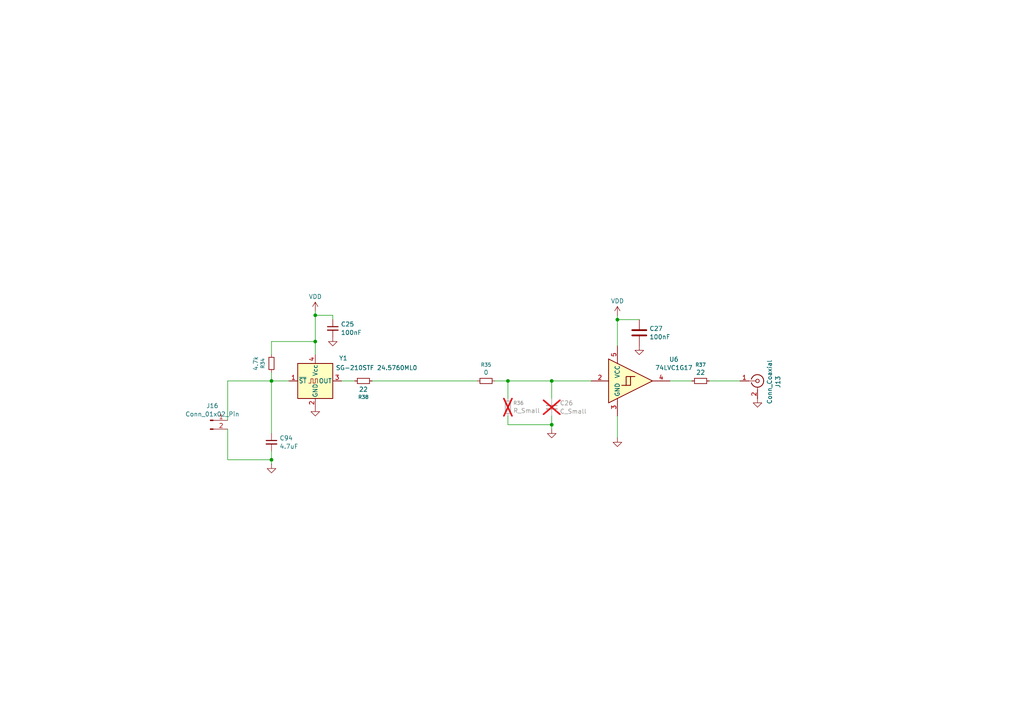
<source format=kicad_sch>
(kicad_sch (version 20250114) (generator "eeschema") (generator_version "9.0")
  (paper "A4")
  (lib_symbols
    (symbol "74xGxx:74LVC1G17"
      (property "Reference" "U" (at 0 3.81 0))
      (property "Value" "74LVC1G17" (at 0 -3.81 0))
      (symbol "74LVC1G17_0_1"
        (polyline (pts (xy -7.62 6.35) (xy -7.62 -6.35) (xy 5.08 0) (xy -7.62 6.35)) (stroke (width 0.254)) (fill (type background)))
        (polyline (pts (xy -3.81 -1.27) (xy -2.54 -1.27) (xy -2.54 1.27) (xy -1.27 1.27)) (stroke (width 0.254)) (fill (type background)))
        (polyline (pts (xy -2.54 -1.27) (xy -1.27 -1.27) (xy -1.27 1.27) (xy 0 1.27)) (stroke (width 0.254)) (fill (type background)))
      )
      (symbol "74LVC1G17_1_1"
        (pin input line (at -12.7 0 0) (length 5.08) (name "~") (number "2"))
        (pin no_connect line (at -7.62 5.08 180) (length 5.08) (hide yes) (name "NC") (number "1"))
        (pin power_in line (at -5.08 10.16 270) (length 5.08) (name "VCC") (number "5"))
        (pin power_in line (at -5.08 -10.16 90) (length 5.08) (name "GND") (number "3"))
        (pin output line (at 10.16 0 180) (length 5.08) (name "~") (number "4"))
      )
    )
    (symbol "Connector:Conn_01x02_Pin" (pin_names (offset 1.016) (hide yes))
      (property "Reference" "J" (at 0 2.54 0))
      (property "Value" "Conn_01x02_Pin" (at 0 -5.08 0))
      (symbol "Conn_01x02_Pin_1_1"
        (rectangle (start 0.8636 0.127) (end 0 -0.127) (stroke (width 0.1524)) (fill (type outline)))
        (rectangle (start 0.8636 -2.413) (end 0 -2.667) (stroke (width 0.1524)) (fill (type outline)))
        (polyline (pts (xy 1.27 0) (xy 0.8636 0)) (stroke (width 0.1524)))
        (polyline (pts (xy 1.27 -2.54) (xy 0.8636 -2.54)) (stroke (width 0.1524)))
        (pin passive line (at 5.08 0 180) (length 3.81) (name "Pin_1") (number "1"))
        (pin passive line (at 5.08 -2.54 180) (length 3.81) (name "Pin_2") (number "2"))
      )
    )
    (symbol "Connector:Conn_Coaxial" (pin_names (offset 1.016) (hide yes))
      (property "Reference" "J" (at 0.254 3.048 0))
      (property "Value" "Conn_Coaxial" (at 2.921 0 90))
      (symbol "Conn_Coaxial_0_1"
        (polyline (pts (xy -2.54 0) (xy -0.508 0)))
        (arc (start 1.778 0) (mid 0.222 -1.8079) (end -1.778 -0.508) (stroke (width 0.254)))
        (arc (start -1.778 0.508) (mid 0.2221 1.8084) (end 1.778 0) (stroke (width 0.254)))
        (circle (center 0 0) (radius 0.508) (stroke (width 0.2032)))
        (polyline (pts (xy 0 -2.54) (xy 0 -1.778)))
      )
      (symbol "Conn_Coaxial_1_1"
        (pin passive line (at -5.08 0 0) (length 2.54) (name "In") (number "1"))
        (pin passive line (at 0 -5.08 90) (length 2.54) (name "Ext") (number "2"))
      )
    )
    (symbol "Device:C" (pin_numbers (hide yes)) (pin_names (offset 0.254))
      (property "Reference" "C" (at 0.635 2.54 0))
      (property "Value" "C" (at 0.635 -2.54 0))
      (symbol "C_0_1"
        (polyline (pts (xy -2.032 0.762) (xy 2.032 0.762)) (stroke (width 0.508)))
        (polyline (pts (xy -2.032 -0.762) (xy 2.032 -0.762)) (stroke (width 0.508)))
      )
      (symbol "C_1_1"
        (pin passive line (at 0 3.81 270) (length 2.794) (name "~") (number "1"))
        (pin passive line (at 0 -3.81 90) (length 2.794) (name "~") (number "2"))
      )
    )
    (symbol "Device:C_Small" (pin_numbers (hide yes)) (pin_names (offset 0.254) (hide yes))
      (property "Reference" "C" (at 0.254 1.778 0))
      (property "Value" "C_Small" (at 0.254 -2.032 0))
      (symbol "C_Small_0_1"
        (polyline (pts (xy -1.524 0.508) (xy 1.524 0.508)) (stroke (width 0.3048)))
        (polyline (pts (xy -1.524 -0.508) (xy 1.524 -0.508)) (stroke (width 0.3302)))
      )
      (symbol "C_Small_1_1"
        (pin passive line (at 0 2.54 270) (length 2.032) (name "~") (number "1"))
        (pin passive line (at 0 -2.54 90) (length 2.032) (name "~") (number "2"))
      )
    )
    (symbol "Device:R_Small" (pin_numbers (hide yes)) (pin_names (offset 0.254) (hide yes))
      (property "Reference" "R" (at 0 0 90))
      (property "Value" "R_Small" (at 1.778 0 90))
      (symbol "R_Small_0_1"
        (rectangle (start -0.762 1.778) (end 0.762 -1.778) (stroke (width 0.2032)))
      )
      (symbol "R_Small_1_1"
        (pin passive line (at 0 2.54 270) (length 0.762) (name "~") (number "1"))
        (pin passive line (at 0 -2.54 90) (length 0.762) (name "~") (number "2"))
      )
    )
    (symbol "Oscillator:SG-210STF" (pin_names (offset 0.254))
      (property "Reference" "Y" (at -5.08 6.35 0))
      (property "Value" "SG-210STF" (at 1.27 -6.35 0))
      (symbol "SG-210STF_0_1"
        (rectangle (start -5.08 5.08) (end 5.08 -5.08) (stroke (width 0.254)) (fill (type background)))
        (polyline (pts (xy -1.905 -0.635) (xy -1.27 -0.635) (xy -1.27 0.635) (xy -0.635 0.635) (xy -0.635 -0.635) (xy 0 -0.635) (xy 0 0.635) (xy 0.635 0.635) (xy 0.635 -0.635)))
      )
      (symbol "SG-210STF_1_1"
        (pin input line (at -7.62 0 0) (length 2.54) (name "~{ST}") (number "1"))
        (pin power_in line (at 0 7.62 270) (length 2.54) (name "Vcc") (number "4"))
        (pin power_in line (at 0 -7.62 90) (length 2.54) (name "GND") (number "2"))
        (pin output line (at 7.62 0 180) (length 2.54) (name "OUT") (number "3"))
      )
    )
    (symbol "power:GND" (power) (pin_numbers (hide yes)) (pin_names (offset 0) (hide yes))
      (property "Value" "GND" (at 0 -3.81 0))
      (symbol "GND_0_1"
        (polyline (pts (xy 0 0) (xy 0 -1.27) (xy 1.27 -1.27) (xy 0 -2.54) (xy -1.27 -1.27) (xy 0 -1.27)))
      )
      (symbol "GND_1_1"
        (pin power_in line (at 0 0 270) (length 0) (name "~") (number "1"))
      )
    )
    (symbol "power:VDD" (power) (pin_numbers (hide yes)) (pin_names (offset 0) (hide yes))
      (property "Value" "VDD" (at 0 3.556 0))
      (symbol "VDD_0_1"
        (polyline (pts (xy -0.762 1.27) (xy 0 2.54)))
        (polyline (pts (xy 0 2.54) (xy 0.762 1.27)))
        (polyline (pts (xy 0 0) (xy 0 2.54)))
      )
      (symbol "VDD_1_1"
        (pin power_in line (at 0 0 90) (length 0) (name "~") (number "1"))
      )
    )
  )
  (junction (at 78.74 133.35))
  (junction (at 147.32 110.49))
  (junction (at 91.44 91.44))
  (junction (at 160.02 123.19))
  (junction (at 160.02 110.49))
  (junction (at 179.07 92.71))
  (junction (at 78.74 110.49))
  (junction (at 91.44 99.06))
  (wire (pts (xy 160.02 110.49) (xy 171.45 110.49)))
  (wire (pts (xy 179.07 120.65) (xy 179.07 127)))
  (wire (pts (xy 147.32 120.65) (xy 147.32 123.19)))
  (wire (pts (xy 78.74 102.87) (xy 78.74 99.06)))
  (wire (pts (xy 66.04 133.35) (xy 78.74 133.35)))
  (wire (pts (xy 91.44 99.06) (xy 91.44 102.87)))
  (wire (pts (xy 96.52 92.71) (xy 96.52 91.44)))
  (wire (pts (xy 143.51 110.49) (xy 147.32 110.49)))
  (wire (pts (xy 160.02 123.19) (xy 147.32 123.19)))
  (wire (pts (xy 78.74 110.49) (xy 78.74 107.95)))
  (wire (pts (xy 147.32 110.49) (xy 147.32 115.57)))
  (wire (pts (xy 160.02 124.46) (xy 160.02 123.19)))
  (wire (pts (xy 107.95 110.49) (xy 138.43 110.49)))
  (wire (pts (xy 160.02 120.65) (xy 160.02 123.19)))
  (wire (pts (xy 91.44 91.44) (xy 91.44 99.06)))
  (wire (pts (xy 78.74 133.35) (xy 78.74 134.62)))
  (wire (pts (xy 205.74 110.49) (xy 214.63 110.49)))
  (wire (pts (xy 147.32 110.49) (xy 160.02 110.49)))
  (wire (pts (xy 83.82 110.49) (xy 78.74 110.49)))
  (wire (pts (xy 179.07 92.71) (xy 185.42 92.71)))
  (wire (pts (xy 78.74 99.06) (xy 91.44 99.06)))
  (wire (pts (xy 179.07 91.44) (xy 179.07 92.71)))
  (wire (pts (xy 179.07 92.71) (xy 179.07 100.33)))
  (wire (pts (xy 96.52 91.44) (xy 91.44 91.44)))
  (wire (pts (xy 194.31 110.49) (xy 200.66 110.49)))
  (wire (pts (xy 78.74 130.81) (xy 78.74 133.35)))
  (wire (pts (xy 160.02 110.49) (xy 160.02 115.57)))
  (wire (pts (xy 66.04 121.92) (xy 66.04 110.49)))
  (wire (pts (xy 91.44 90.17) (xy 91.44 91.44)))
  (wire (pts (xy 66.04 110.49) (xy 78.74 110.49)))
  (wire (pts (xy 99.06 110.49) (xy 102.87 110.49)))
  (wire (pts (xy 66.04 124.46) (xy 66.04 133.35)))
  (wire (pts (xy 78.74 110.49) (xy 78.74 125.73)))
  (symbol (lib_id "power:GND") (at 179.07 127 0) (unit 1)
    (property "Reference" "#PWR0112" (effects (hide yes)))
    (property "Value" "GND" (effects (hide yes)))
    (property "Description" "Power symbol creates a global label with name \"GND\" , ground" (effects (hide yes)))
  )
  (symbol (lib_id "Connector:Conn_Coaxial") (at 219.71 110.49 0) (unit 1)
    (property "Reference" "J13" (at 225.6326 110.7832 90))
    (property "Value" "Conn_Coaxial" (at 223.2083 110.7832 90))
    (property "Footprint" "pcm3168a_euro1:SMA_Amphenol_901-144_Vertical_awl1" (effects (hide yes)))
    (property "Description" "coaxial connector (BNC, SMA, SMB, SMC, Cinch/RCA, LEMO, ...)" (effects (hide yes)))
  )
  (symbol (lib_id "Device:C_Small") (at 96.52 95.25 0) (unit 1)
    (property "Reference" "C25" (at 98.8441 94.0441 0) (effects (justify left)))
    (property "Value" "100nF" (at 98.8441 96.4684 0) (effects (justify left)))
    (property "Footprint" "Capacitor_SMD:C_0603_1608Metric" (effects (hide yes)))
    (property "Description" "Unpolarized capacitor, small symbol" (effects (hide yes)))
    (property "PN" "GCJ188R71H104KA12D" (effects (hide yes)))
  )
  (symbol (lib_id "Device:C") (at 185.42 96.52 0) (unit 1)
    (property "Reference" "C27" (at 188.341 95.3078 0) (effects (justify left)))
    (property "Value" "100nF" (at 188.341 97.7321 0) (effects (justify left)))
    (property "Footprint" "Capacitor_SMD:C_0603_1608Metric" (effects (hide yes)))
    (property "Description" "Unpolarized capacitor" (effects (hide yes)))
    (property "PN" "GCJ188R71H104KA12D" (effects (hide yes)))
  )
  (symbol (lib_id "Device:R_Small") (at 203.2 110.49 90) (unit 1)
    (property "Reference" "R37" (at 203.2 105.8133 90) (effects (font (size 1.016 1.016))))
    (property "Value" "22" (at 203.2 108.0332 90))
    (property "Footprint" "Resistor_SMD:R_0603_1608Metric" (effects (hide yes)))
    (property "Description" "Resistor, small symbol" (effects (hide yes)))
    (property "PN" "CRCW060322R0FKEAC" (effects (hide yes)))
  )
  (symbol (lib_id "Device:R_Small") (at 105.41 110.49 90) (mirror x) (unit 1)
    (property "Reference" "R38" (at 105.41 115.1667 90) (effects (font (size 1.016 1.016))))
    (property "Value" "22" (at 105.41 112.9468 90))
    (property "Footprint" "Resistor_SMD:R_0603_1608Metric" (effects (hide yes)))
    (property "Description" "Resistor, small symbol" (effects (hide yes)))
    (property "PN" "CRCW060322R0FKEAC" (effects (hide yes)))
  )
  (symbol (lib_id "Device:R_Small") (at 147.32 118.11 180) (unit 1) (dnp yes)
    (property "Reference" "R36" (at 148.8186 116.8978 0) (effects (font (size 1.016 1.016)) (justify right)))
    (property "Value" "R_Small" (at 148.8186 119.1177 0) (effects (justify right)))
    (property "Footprint" "Resistor_SMD:R_0603_1608Metric" (effects (hide yes)))
    (property "Description" "Resistor, small symbol" (effects (hide yes)))
  )
  (symbol (lib_id "power:GND") (at 78.74 134.62 0) (unit 1)
    (property "Reference" "#PWR0124" (effects (hide yes)))
    (property "Value" "GND" (effects (hide yes)))
    (property "Description" "Power symbol creates a global label with name \"GND\" , ground" (effects (hide yes)))
  )
  (symbol (lib_id "power:GND") (at 219.71 115.57 0) (unit 1)
    (property "Reference" "#PWR0118" (effects (hide yes)))
    (property "Value" "GND" (effects (hide yes)))
    (property "Description" "Power symbol creates a global label with name \"GND\" , ground" (effects (hide yes)))
  )
  (symbol (lib_id "power:GND") (at 160.02 124.46 0) (unit 1)
    (property "Reference" "#PWR060" (effects (hide yes)))
    (property "Value" "GND" (effects (hide yes)))
    (property "Description" "Power symbol creates a global label with name \"GND\" , ground" (effects (hide yes)))
  )
  (symbol (lib_id "power:GND") (at 91.44 118.11 0) (unit 1)
    (property "Reference" "#PWR053" (effects (hide yes)))
    (property "Value" "GND" (effects (hide yes)))
    (property "Description" "Power symbol creates a global label with name \"GND\" , ground" (effects (hide yes)))
  )
  (symbol (lib_id "power:VDD") (at 91.44 90.17 0) (unit 1)
    (property "Reference" "#PWR052" (effects (hide yes)))
    (property "Value" "VDD" (at 91.44 86.0369 0))
    (property "Description" "Power symbol creates a global label with name \"VDD\"" (effects (hide yes)))
  )
  (symbol (lib_id "power:GND") (at 185.42 100.33 0) (unit 1)
    (property "Reference" "#PWR0117" (effects (hide yes)))
    (property "Value" "GND" (effects (hide yes)))
    (property "Description" "Power symbol creates a global label with name \"GND\" , ground" (effects (hide yes)))
  )
  (symbol (lib_id "power:VDD") (at 179.07 91.44 0) (unit 1)
    (property "Reference" "#PWR061" (effects (hide yes)))
    (property "Value" "VDD" (at 179.07 87.3069 0))
    (property "Description" "Power symbol creates a global label with name \"VDD\"" (effects (hide yes)))
  )
  (symbol (lib_id "Device:C_Small") (at 160.02 118.11 0) (unit 1) (dnp yes)
    (property "Reference" "C26" (at 162.3441 116.9041 0) (effects (justify left)))
    (property "Value" "C_Small" (at 162.3441 119.3284 0) (effects (justify left)))
    (property "Footprint" "Capacitor_SMD:C_0603_1608Metric" (effects (hide yes)))
    (property "Description" "Unpolarized capacitor, small symbol" (effects (hide yes)))
  )
  (symbol (lib_id "Oscillator:SG-210STF") (at 91.44 110.49 0) (unit 1)
    (property "Reference" "Y1" (at 99.568 103.886 0))
    (property "Value" "SG-210STF 24.5760ML0" (at 109.22 106.68 0) (effects (font (thickness 0.1588))))
    (property "Footprint" "Oscillator:Oscillator_SMD_SeikoEpson_SG210-4Pin_2.5x2.0mm" (effects (hide yes)))
    (property "Datasheet" "https://support.epson.biz/td/api/doc_check.php?mode=dl&lang=en&Parts=SG-210STF" (effects (hide yes)))
    (property "Description" "CMOS Crystal Oscillator SPXO" (effects (hide yes)))
    (property "PN" "SG-210STF 24.5760ML0" (effects (hide yes)))
  )
  (symbol (lib_id "Device:C_Small") (at 78.74 128.27 0) (unit 1)
    (property "Reference" "C94" (at 81.0641 127.0641 0) (effects (justify left)))
    (property "Value" "4.7uF" (at 81.0641 129.4884 0) (effects (justify left)))
    (property "Footprint" "Capacitor_SMD:C_0603_1608Metric" (effects (hide yes)))
    (property "Description" "Unpolarized capacitor, small symbol" (effects (hide yes)))
    (property "PN" "GRM188Z71A475ME15D" (effects (hide yes)))
  )
  (symbol (lib_id "Device:R_Small") (at 140.97 110.49 90) (unit 1)
    (property "Reference" "R35" (at 140.97 105.8133 90) (effects (font (size 1.016 1.016))))
    (property "Value" "0" (at 140.97 108.0332 90))
    (property "Footprint" "Resistor_SMD:R_0603_1608Metric" (effects (hide yes)))
    (property "Description" "Resistor, small symbol" (effects (hide yes)))
    (property "PN" "CRCW06030000Z0EA" (effects (hide yes)))
  )
  (symbol (lib_id "74xGxx:74LVC1G17") (at 184.15 110.49 0) (unit 1)
    (property "Reference" "U6" (at 195.4553 104.2434 0))
    (property "Value" "74LVC1G17" (at 195.4553 106.6677 0))
    (property "Footprint" "Package_TO_SOT_SMD:SOT-23-5" (effects (hide yes)))
    (property "Datasheet" "https://www.ti.com/lit/ds/symlink/sn74lvc1g17.pdf" (effects (hide yes)))
    (property "Description" "Single Schmitt Buffer Gate, Low-Voltage CMOS" (effects (hide yes)))
    (property "PN" "SN74LVC1G17DBVR" (effects (hide yes)))
  )
  (symbol (lib_id "Connector:Conn_01x02_Pin") (at 60.96 121.92 0) (unit 1)
    (property "Reference" "J16" (at 61.595 117.6993 0))
    (property "Value" "Conn_01x02_Pin" (at 61.595 120.1236 0))
    (property "Footprint" "Connector_PinHeader_2.54mm:PinHeader_1x02_P2.54mm_Vertical" (effects (hide yes)))
    (property "Description" "Generic connector, single row, 01x02, script generated" (effects (hide yes)))
    (property "PN" "61300211121" (effects (hide yes)))
  )
  (symbol (lib_id "power:GND") (at 96.52 97.79 0) (unit 1)
    (property "Reference" "#PWR054" (effects (hide yes)))
    (property "Value" "GND" (effects (hide yes)))
    (property "Description" "Power symbol creates a global label with name \"GND\" , ground" (effects (hide yes)))
  )
  (symbol (lib_id "Device:R_Small") (at 78.74 105.41 0) (unit 1)
    (property "Reference" "R34" (at 76.2 105.41 90) (effects (font (size 1.016 1.016))))
    (property "Value" "4.7k" (at 74.168 105.41 90))
    (property "Footprint" "Resistor_SMD:R_0603_1608Metric" (effects (hide yes)))
    (property "Description" "Resistor, small symbol" (effects (hide yes)))
    (property "PN" "ERA-3AEB472V" (effects (hide yes)))
  )
)
</source>
